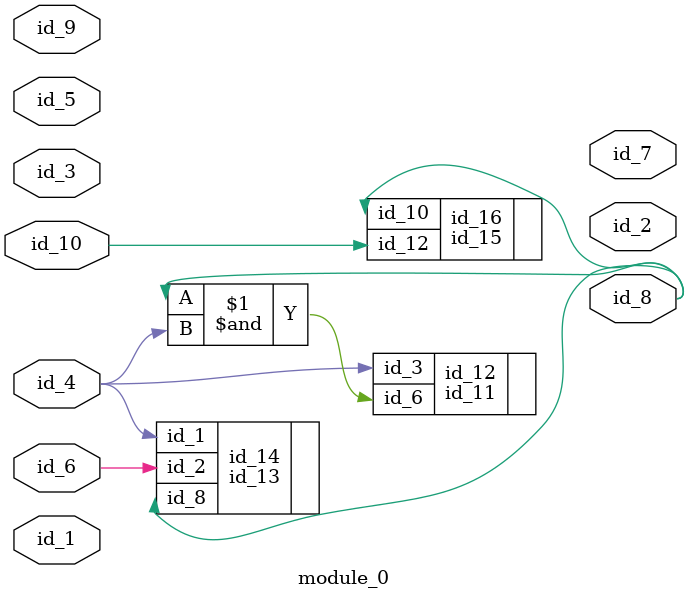
<source format=v>
module module_0 (
    id_1,
    id_2,
    id_3,
    id_4,
    id_5,
    id_6,
    id_7,
    id_8,
    id_9,
    id_10
);
  input id_10;
  input id_9;
  output id_8;
  output id_7;
  input id_6;
  input id_5;
  input id_4;
  input id_3;
  output id_2;
  input id_1;
  id_11 id_12 (
      .id_3(id_4),
      .id_6(id_8 & id_4)
  );
  id_13 id_14 (
      .id_2(id_6),
      .id_8(id_8),
      .id_1(id_4)
  );
  id_15 id_16 (
      .id_10(id_10),
      .id_10(id_8),
      .id_12(id_10)
  );
endmodule

</source>
